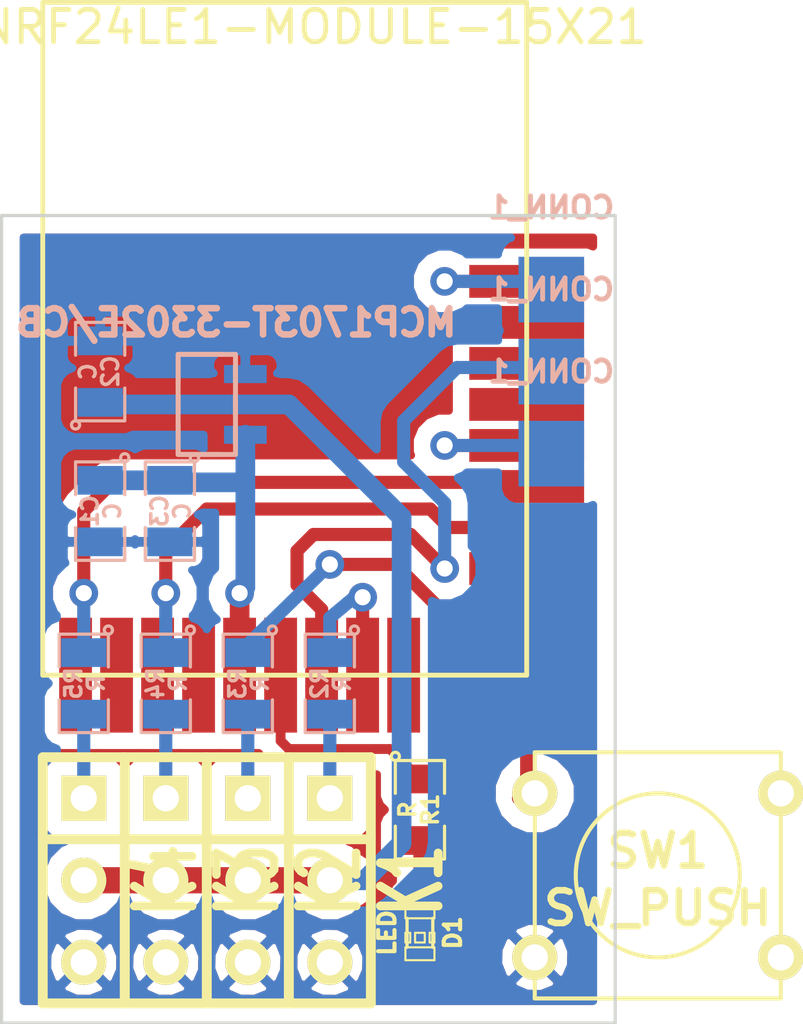
<source format=kicad_pcb>
(kicad_pcb (version 3) (host pcbnew "(2013-jul-07)-stable")

  (general
    (links 34)
    (no_connects 3)
    (area 29.660334 39.557 57.0825 73.050001)
    (thickness 1.6)
    (drawings 4)
    (tracks 76)
    (zones 0)
    (modules 19)
    (nets 18)
  )

  (page User 150.012 150.012)
  (title_block 
    (title "nRF24LE1 surface receiver")
    (rev "Rev 1")
    (company "LANE Boys RC")
  )

  (layers
    (15 F.Cu signal)
    (0 B.Cu signal)
    (18 B.Paste user)
    (19 F.Paste user)
    (20 B.SilkS user)
    (21 F.SilkS user)
    (22 B.Mask user)
    (23 F.Mask user)
    (28 Edge.Cuts user)
  )

  (setup
    (last_trace_width 0.3048)
    (user_trace_width 0.2032)
    (user_trace_width 0.254)
    (user_trace_width 0.3048)
    (user_trace_width 0.4064)
    (user_trace_width 0.6096)
    (user_trace_width 0.8128)
    (user_trace_width 1)
    (user_trace_width 1.016)
    (user_trace_width 1.27)
    (user_trace_width 1.4224)
    (user_trace_width 1.6764)
    (user_trace_width 2)
    (trace_clearance 0.254)
    (zone_clearance 0.508)
    (zone_45_only no)
    (trace_min 0.1524)
    (segment_width 0.2)
    (edge_width 0.1)
    (via_size 0.889)
    (via_drill 0.5)
    (via_min_size 0.6096)
    (via_min_drill 0.3048)
    (user_via 0.8128 0.5)
    (user_via 0.9144 0.6)
    (user_via 1.2192 0.8)
    (user_via 1.524 1)
    (user_via 1.8288 1.2)
    (user_via 2.286 1.5)
    (uvia_size 0.508)
    (uvia_drill 0.127)
    (uvias_allowed no)
    (uvia_min_size 0.508)
    (uvia_min_drill 0.127)
    (pcb_text_width 0.3)
    (pcb_text_size 1.5 1.5)
    (mod_edge_width 0.15)
    (mod_text_size 1 1)
    (mod_text_width 0.15)
    (pad_size 2.032 2.032)
    (pad_drill 0)
    (pad_to_mask_clearance 0)
    (aux_axis_origin 32 73)
    (visible_elements 7FFFFFCF)
    (pcbplotparams
      (layerselection 3178497)
      (usegerberextensions true)
      (excludeedgelayer true)
      (linewidth 0.150000)
      (plotframeref false)
      (viasonmask false)
      (mode 1)
      (useauxorigin false)
      (hpglpennumber 1)
      (hpglpenspeed 20)
      (hpglpendiameter 15)
      (hpglpenoverlay 2)
      (psnegative false)
      (psa4output false)
      (plotreference true)
      (plotvalue true)
      (plotothertext true)
      (plotinvisibletext false)
      (padsonsilk false)
      (subtractmaskfromsilk false)
      (outputformat 1)
      (mirror false)
      (drillshape 1)
      (scaleselection 1)
      (outputdirectory ""))
  )

  (net 0 "")
  (net 1 +3.3V)
  (net 2 +BATT)
  (net 3 /BIND)
  (net 4 /CH1-MISO)
  (net 5 /CH2-MOSI)
  (net 6 /CH3-SCK)
  (net 7 /CSN)
  (net 8 /LED)
  (net 9 /PROG)
  (net 10 /RESET)
  (net 11 /TX)
  (net 12 N-0000010)
  (net 13 N-0000011)
  (net 14 N-000003)
  (net 15 N-000008)
  (net 16 N-000009)
  (net 17 VSS)

  (net_class Default "This is the default net class."
    (clearance 0.254)
    (trace_width 0.254)
    (via_dia 0.889)
    (via_drill 0.5)
    (uvia_dia 0.508)
    (uvia_drill 0.127)
    (add_net "")
    (add_net +3.3V)
    (add_net +BATT)
    (add_net /BIND)
    (add_net /CH1-MISO)
    (add_net /CH2-MOSI)
    (add_net /CH3-SCK)
    (add_net /CSN)
    (add_net /LED)
    (add_net /PROG)
    (add_net /RESET)
    (add_net /TX)
    (add_net N-0000010)
    (add_net N-0000011)
    (add_net N-000003)
    (add_net N-000008)
    (add_net N-000009)
    (add_net VSS)
  )

  (module SW_PUSH_SMALL   placed (layer F.Cu) (tedit 46544DB3) (tstamp 547930DE)
    (at 52.32 68.428)
    (path /547925D0)
    (fp_text reference SW1 (at 0 -0.762) (layer F.SilkS)
      (effects (font (size 1.016 1.016) (thickness 0.2032)))
    )
    (fp_text value SW_PUSH (at 0 1.016) (layer F.SilkS)
      (effects (font (size 1.016 1.016) (thickness 0.2032)))
    )
    (fp_circle (center 0 0) (end 0 -2.54) (layer F.SilkS) (width 0.127))
    (fp_line (start -3.81 -3.81) (end 3.81 -3.81) (layer F.SilkS) (width 0.127))
    (fp_line (start 3.81 -3.81) (end 3.81 3.81) (layer F.SilkS) (width 0.127))
    (fp_line (start 3.81 3.81) (end -3.81 3.81) (layer F.SilkS) (width 0.127))
    (fp_line (start -3.81 -3.81) (end -3.81 3.81) (layer F.SilkS) (width 0.127))
    (pad 1 thru_hole circle (at 3.81 -2.54) (size 1.397 1.397) (drill 0.8128)
      (layers *.Cu *.Mask F.SilkS)
      (net 3 /BIND)
    )
    (pad 2 thru_hole circle (at 3.81 2.54) (size 1.397 1.397) (drill 0.8128)
      (layers *.Cu *.Mask F.SilkS)
      (net 17 VSS)
    )
    (pad 1 thru_hole circle (at -3.81 -2.54) (size 1.397 1.397) (drill 0.8128)
      (layers *.Cu *.Mask F.SilkS)
      (net 3 /BIND)
    )
    (pad 2 thru_hole circle (at -3.81 2.54) (size 1.397 1.397) (drill 0.8128)
      (layers *.Cu *.Mask F.SilkS)
      (net 17 VSS)
    )
  )

  (module SM0805   placed (layer B.Cu) (tedit 5091495C) (tstamp 547930EB)
    (at 37.211 57.15 270)
    (path /5479215B)
    (attr smd)
    (fp_text reference C3 (at 0 0.3175 270) (layer B.SilkS)
      (effects (font (size 0.50038 0.50038) (thickness 0.10922)) (justify mirror))
    )
    (fp_text value C (at 0 -0.381 270) (layer B.SilkS)
      (effects (font (size 0.50038 0.50038) (thickness 0.10922)) (justify mirror))
    )
    (fp_circle (center -1.651 -0.762) (end -1.651 -0.635) (layer B.SilkS) (width 0.09906))
    (fp_line (start -0.508 -0.762) (end -1.524 -0.762) (layer B.SilkS) (width 0.09906))
    (fp_line (start -1.524 -0.762) (end -1.524 0.762) (layer B.SilkS) (width 0.09906))
    (fp_line (start -1.524 0.762) (end -0.508 0.762) (layer B.SilkS) (width 0.09906))
    (fp_line (start 0.508 0.762) (end 1.524 0.762) (layer B.SilkS) (width 0.09906))
    (fp_line (start 1.524 0.762) (end 1.524 -0.762) (layer B.SilkS) (width 0.09906))
    (fp_line (start 1.524 -0.762) (end 0.508 -0.762) (layer B.SilkS) (width 0.09906))
    (pad 1 smd rect (at -0.9525 0 270) (size 0.889 1.397)
      (layers B.Cu B.Paste B.Mask)
      (net 1 +3.3V)
    )
    (pad 2 smd rect (at 0.9525 0 270) (size 0.889 1.397)
      (layers B.Cu B.Paste B.Mask)
      (net 17 VSS)
    )
    (model smd/chip_cms.wrl
      (at (xyz 0 0 0))
      (scale (xyz 0.1 0.1 0.1))
      (rotate (xyz 0 0 0))
    )
  )

  (module SM0805   placed (layer B.Cu) (tedit 5091495C) (tstamp 547930F8)
    (at 35.052 52.832 90)
    (path /5479216A)
    (attr smd)
    (fp_text reference C2 (at 0 0.3175 90) (layer B.SilkS)
      (effects (font (size 0.50038 0.50038) (thickness 0.10922)) (justify mirror))
    )
    (fp_text value C (at 0 -0.381 90) (layer B.SilkS)
      (effects (font (size 0.50038 0.50038) (thickness 0.10922)) (justify mirror))
    )
    (fp_circle (center -1.651 -0.762) (end -1.651 -0.635) (layer B.SilkS) (width 0.09906))
    (fp_line (start -0.508 -0.762) (end -1.524 -0.762) (layer B.SilkS) (width 0.09906))
    (fp_line (start -1.524 -0.762) (end -1.524 0.762) (layer B.SilkS) (width 0.09906))
    (fp_line (start -1.524 0.762) (end -0.508 0.762) (layer B.SilkS) (width 0.09906))
    (fp_line (start 0.508 0.762) (end 1.524 0.762) (layer B.SilkS) (width 0.09906))
    (fp_line (start 1.524 0.762) (end 1.524 -0.762) (layer B.SilkS) (width 0.09906))
    (fp_line (start 1.524 -0.762) (end 0.508 -0.762) (layer B.SilkS) (width 0.09906))
    (pad 1 smd rect (at -0.9525 0 90) (size 0.889 1.397)
      (layers B.Cu B.Paste B.Mask)
      (net 2 +BATT)
    )
    (pad 2 smd rect (at 0.9525 0 90) (size 0.889 1.397)
      (layers B.Cu B.Paste B.Mask)
      (net 17 VSS)
    )
    (model smd/chip_cms.wrl
      (at (xyz 0 0 0))
      (scale (xyz 0.1 0.1 0.1))
      (rotate (xyz 0 0 0))
    )
  )

  (module SM0805   placed (layer B.Cu) (tedit 5091495C) (tstamp 54793105)
    (at 35.052 57.15 270)
    (path /54792183)
    (attr smd)
    (fp_text reference C1 (at 0 0.3175 270) (layer B.SilkS)
      (effects (font (size 0.50038 0.50038) (thickness 0.10922)) (justify mirror))
    )
    (fp_text value C (at 0 -0.381 270) (layer B.SilkS)
      (effects (font (size 0.50038 0.50038) (thickness 0.10922)) (justify mirror))
    )
    (fp_circle (center -1.651 -0.762) (end -1.651 -0.635) (layer B.SilkS) (width 0.09906))
    (fp_line (start -0.508 -0.762) (end -1.524 -0.762) (layer B.SilkS) (width 0.09906))
    (fp_line (start -1.524 -0.762) (end -1.524 0.762) (layer B.SilkS) (width 0.09906))
    (fp_line (start -1.524 0.762) (end -0.508 0.762) (layer B.SilkS) (width 0.09906))
    (fp_line (start 0.508 0.762) (end 1.524 0.762) (layer B.SilkS) (width 0.09906))
    (fp_line (start 1.524 0.762) (end 1.524 -0.762) (layer B.SilkS) (width 0.09906))
    (fp_line (start 1.524 -0.762) (end 0.508 -0.762) (layer B.SilkS) (width 0.09906))
    (pad 1 smd rect (at -0.9525 0 270) (size 0.889 1.397)
      (layers B.Cu B.Paste B.Mask)
      (net 1 +3.3V)
    )
    (pad 2 smd rect (at 0.9525 0 270) (size 0.889 1.397)
      (layers B.Cu B.Paste B.Mask)
      (net 17 VSS)
    )
    (model smd/chip_cms.wrl
      (at (xyz 0 0 0))
      (scale (xyz 0.1 0.1 0.1))
      (rotate (xyz 0 0 0))
    )
  )

  (module SM0805   placed (layer B.Cu) (tedit 5091495C) (tstamp 54793112)
    (at 42.164 62.484 270)
    (path /5479219C)
    (attr smd)
    (fp_text reference R2 (at 0 0.3175 270) (layer B.SilkS)
      (effects (font (size 0.50038 0.50038) (thickness 0.10922)) (justify mirror))
    )
    (fp_text value R (at 0 -0.381 270) (layer B.SilkS)
      (effects (font (size 0.50038 0.50038) (thickness 0.10922)) (justify mirror))
    )
    (fp_circle (center -1.651 -0.762) (end -1.651 -0.635) (layer B.SilkS) (width 0.09906))
    (fp_line (start -0.508 -0.762) (end -1.524 -0.762) (layer B.SilkS) (width 0.09906))
    (fp_line (start -1.524 -0.762) (end -1.524 0.762) (layer B.SilkS) (width 0.09906))
    (fp_line (start -1.524 0.762) (end -0.508 0.762) (layer B.SilkS) (width 0.09906))
    (fp_line (start 0.508 0.762) (end 1.524 0.762) (layer B.SilkS) (width 0.09906))
    (fp_line (start 1.524 0.762) (end 1.524 -0.762) (layer B.SilkS) (width 0.09906))
    (fp_line (start 1.524 -0.762) (end 0.508 -0.762) (layer B.SilkS) (width 0.09906))
    (pad 1 smd rect (at -0.9525 0 270) (size 0.889 1.397)
      (layers B.Cu B.Paste B.Mask)
      (net 11 /TX)
    )
    (pad 2 smd rect (at 0.9525 0 270) (size 0.889 1.397)
      (layers B.Cu B.Paste B.Mask)
      (net 15 N-000008)
    )
    (model smd/chip_cms.wrl
      (at (xyz 0 0 0))
      (scale (xyz 0.1 0.1 0.1))
      (rotate (xyz 0 0 0))
    )
  )

  (module SM0805   placed (layer B.Cu) (tedit 5091495C) (tstamp 5479311F)
    (at 39.624 62.484 270)
    (path /547921A9)
    (attr smd)
    (fp_text reference R3 (at 0 0.3175 270) (layer B.SilkS)
      (effects (font (size 0.50038 0.50038) (thickness 0.10922)) (justify mirror))
    )
    (fp_text value R (at 0 -0.381 270) (layer B.SilkS)
      (effects (font (size 0.50038 0.50038) (thickness 0.10922)) (justify mirror))
    )
    (fp_circle (center -1.651 -0.762) (end -1.651 -0.635) (layer B.SilkS) (width 0.09906))
    (fp_line (start -0.508 -0.762) (end -1.524 -0.762) (layer B.SilkS) (width 0.09906))
    (fp_line (start -1.524 -0.762) (end -1.524 0.762) (layer B.SilkS) (width 0.09906))
    (fp_line (start -1.524 0.762) (end -0.508 0.762) (layer B.SilkS) (width 0.09906))
    (fp_line (start 0.508 0.762) (end 1.524 0.762) (layer B.SilkS) (width 0.09906))
    (fp_line (start 1.524 0.762) (end 1.524 -0.762) (layer B.SilkS) (width 0.09906))
    (fp_line (start 1.524 -0.762) (end 0.508 -0.762) (layer B.SilkS) (width 0.09906))
    (pad 1 smd rect (at -0.9525 0 270) (size 0.889 1.397)
      (layers B.Cu B.Paste B.Mask)
      (net 6 /CH3-SCK)
    )
    (pad 2 smd rect (at 0.9525 0 270) (size 0.889 1.397)
      (layers B.Cu B.Paste B.Mask)
      (net 16 N-000009)
    )
    (model smd/chip_cms.wrl
      (at (xyz 0 0 0))
      (scale (xyz 0.1 0.1 0.1))
      (rotate (xyz 0 0 0))
    )
  )

  (module SM0805   placed (layer B.Cu) (tedit 5091495C) (tstamp 5479312C)
    (at 37.084 62.484 270)
    (path /547921AF)
    (attr smd)
    (fp_text reference R4 (at 0 0.3175 270) (layer B.SilkS)
      (effects (font (size 0.50038 0.50038) (thickness 0.10922)) (justify mirror))
    )
    (fp_text value R (at 0 -0.381 270) (layer B.SilkS)
      (effects (font (size 0.50038 0.50038) (thickness 0.10922)) (justify mirror))
    )
    (fp_circle (center -1.651 -0.762) (end -1.651 -0.635) (layer B.SilkS) (width 0.09906))
    (fp_line (start -0.508 -0.762) (end -1.524 -0.762) (layer B.SilkS) (width 0.09906))
    (fp_line (start -1.524 -0.762) (end -1.524 0.762) (layer B.SilkS) (width 0.09906))
    (fp_line (start -1.524 0.762) (end -0.508 0.762) (layer B.SilkS) (width 0.09906))
    (fp_line (start 0.508 0.762) (end 1.524 0.762) (layer B.SilkS) (width 0.09906))
    (fp_line (start 1.524 0.762) (end 1.524 -0.762) (layer B.SilkS) (width 0.09906))
    (fp_line (start 1.524 -0.762) (end 0.508 -0.762) (layer B.SilkS) (width 0.09906))
    (pad 1 smd rect (at -0.9525 0 270) (size 0.889 1.397)
      (layers B.Cu B.Paste B.Mask)
      (net 5 /CH2-MOSI)
    )
    (pad 2 smd rect (at 0.9525 0 270) (size 0.889 1.397)
      (layers B.Cu B.Paste B.Mask)
      (net 12 N-0000010)
    )
    (model smd/chip_cms.wrl
      (at (xyz 0 0 0))
      (scale (xyz 0.1 0.1 0.1))
      (rotate (xyz 0 0 0))
    )
  )

  (module SM0805   placed (layer B.Cu) (tedit 5091495C) (tstamp 54793139)
    (at 34.544 62.484 270)
    (path /547921B5)
    (attr smd)
    (fp_text reference R5 (at 0 0.3175 270) (layer B.SilkS)
      (effects (font (size 0.50038 0.50038) (thickness 0.10922)) (justify mirror))
    )
    (fp_text value R (at 0 -0.381 270) (layer B.SilkS)
      (effects (font (size 0.50038 0.50038) (thickness 0.10922)) (justify mirror))
    )
    (fp_circle (center -1.651 -0.762) (end -1.651 -0.635) (layer B.SilkS) (width 0.09906))
    (fp_line (start -0.508 -0.762) (end -1.524 -0.762) (layer B.SilkS) (width 0.09906))
    (fp_line (start -1.524 -0.762) (end -1.524 0.762) (layer B.SilkS) (width 0.09906))
    (fp_line (start -1.524 0.762) (end -0.508 0.762) (layer B.SilkS) (width 0.09906))
    (fp_line (start 0.508 0.762) (end 1.524 0.762) (layer B.SilkS) (width 0.09906))
    (fp_line (start 1.524 0.762) (end 1.524 -0.762) (layer B.SilkS) (width 0.09906))
    (fp_line (start 1.524 -0.762) (end 0.508 -0.762) (layer B.SilkS) (width 0.09906))
    (pad 1 smd rect (at -0.9525 0 270) (size 0.889 1.397)
      (layers B.Cu B.Paste B.Mask)
      (net 4 /CH1-MISO)
    )
    (pad 2 smd rect (at 0.9525 0 270) (size 0.889 1.397)
      (layers B.Cu B.Paste B.Mask)
      (net 13 N-0000011)
    )
    (model smd/chip_cms.wrl
      (at (xyz 0 0 0))
      (scale (xyz 0.1 0.1 0.1))
      (rotate (xyz 0 0 0))
    )
  )

  (module SM0805   placed (layer F.Cu) (tedit 5091495C) (tstamp 54793146)
    (at 44.954 66.396 270)
    (path /5479290A)
    (attr smd)
    (fp_text reference R1 (at 0 -0.3175 270) (layer F.SilkS)
      (effects (font (size 0.50038 0.50038) (thickness 0.10922)))
    )
    (fp_text value R (at 0 0.381 270) (layer F.SilkS)
      (effects (font (size 0.50038 0.50038) (thickness 0.10922)))
    )
    (fp_circle (center -1.651 0.762) (end -1.651 0.635) (layer F.SilkS) (width 0.09906))
    (fp_line (start -0.508 0.762) (end -1.524 0.762) (layer F.SilkS) (width 0.09906))
    (fp_line (start -1.524 0.762) (end -1.524 -0.762) (layer F.SilkS) (width 0.09906))
    (fp_line (start -1.524 -0.762) (end -0.508 -0.762) (layer F.SilkS) (width 0.09906))
    (fp_line (start 0.508 -0.762) (end 1.524 -0.762) (layer F.SilkS) (width 0.09906))
    (fp_line (start 1.524 -0.762) (end 1.524 0.762) (layer F.SilkS) (width 0.09906))
    (fp_line (start 1.524 0.762) (end 0.508 0.762) (layer F.SilkS) (width 0.09906))
    (pad 1 smd rect (at -0.9525 0 270) (size 0.889 1.397)
      (layers F.Cu F.Paste F.Mask)
      (net 8 /LED)
    )
    (pad 2 smd rect (at 0.9525 0 270) (size 0.889 1.397)
      (layers F.Cu F.Paste F.Mask)
      (net 14 N-000003)
    )
    (model smd/chip_cms.wrl
      (at (xyz 0 0 0))
      (scale (xyz 0.1 0.1 0.1))
      (rotate (xyz 0 0 0))
    )
  )

  (module SIL-3   placed (layer F.Cu) (tedit 200000) (tstamp 54793152)
    (at 42.164 68.58 270)
    (descr "Connecteur 3 pins")
    (tags "CONN DEV")
    (path /54792117)
    (fp_text reference K1 (at 0 -2.54 270) (layer F.SilkS)
      (effects (font (size 1.7907 1.07696) (thickness 0.3048)))
    )
    (fp_text value CONN_3 (at 0 -2.54 270) (layer F.SilkS) hide
      (effects (font (size 1.524 1.016) (thickness 0.3048)))
    )
    (fp_line (start -3.81 1.27) (end -3.81 -1.27) (layer F.SilkS) (width 0.3048))
    (fp_line (start -3.81 -1.27) (end 3.81 -1.27) (layer F.SilkS) (width 0.3048))
    (fp_line (start 3.81 -1.27) (end 3.81 1.27) (layer F.SilkS) (width 0.3048))
    (fp_line (start 3.81 1.27) (end -3.81 1.27) (layer F.SilkS) (width 0.3048))
    (fp_line (start -1.27 -1.27) (end -1.27 1.27) (layer F.SilkS) (width 0.3048))
    (pad 1 thru_hole rect (at -2.54 0 270) (size 1.397 1.397) (drill 0.8128)
      (layers *.Cu *.Mask F.SilkS)
      (net 15 N-000008)
    )
    (pad 2 thru_hole circle (at 0 0 270) (size 1.397 1.397) (drill 0.8128)
      (layers *.Cu *.Mask F.SilkS)
      (net 2 +BATT)
    )
    (pad 3 thru_hole circle (at 2.54 0 270) (size 1.397 1.397) (drill 0.8128)
      (layers *.Cu *.Mask F.SilkS)
      (net 17 VSS)
    )
  )

  (module SIL-3   placed (layer F.Cu) (tedit 200000) (tstamp 5479315E)
    (at 39.624 68.58 270)
    (descr "Connecteur 3 pins")
    (tags "CONN DEV")
    (path /54792124)
    (fp_text reference K2 (at 0 -2.54 270) (layer F.SilkS)
      (effects (font (size 1.7907 1.07696) (thickness 0.3048)))
    )
    (fp_text value CONN_3 (at 0 -2.54 270) (layer F.SilkS) hide
      (effects (font (size 1.524 1.016) (thickness 0.3048)))
    )
    (fp_line (start -3.81 1.27) (end -3.81 -1.27) (layer F.SilkS) (width 0.3048))
    (fp_line (start -3.81 -1.27) (end 3.81 -1.27) (layer F.SilkS) (width 0.3048))
    (fp_line (start 3.81 -1.27) (end 3.81 1.27) (layer F.SilkS) (width 0.3048))
    (fp_line (start 3.81 1.27) (end -3.81 1.27) (layer F.SilkS) (width 0.3048))
    (fp_line (start -1.27 -1.27) (end -1.27 1.27) (layer F.SilkS) (width 0.3048))
    (pad 1 thru_hole rect (at -2.54 0 270) (size 1.397 1.397) (drill 0.8128)
      (layers *.Cu *.Mask F.SilkS)
      (net 16 N-000009)
    )
    (pad 2 thru_hole circle (at 0 0 270) (size 1.397 1.397) (drill 0.8128)
      (layers *.Cu *.Mask F.SilkS)
      (net 2 +BATT)
    )
    (pad 3 thru_hole circle (at 2.54 0 270) (size 1.397 1.397) (drill 0.8128)
      (layers *.Cu *.Mask F.SilkS)
      (net 17 VSS)
    )
  )

  (module SIL-3   placed (layer F.Cu) (tedit 200000) (tstamp 5479316A)
    (at 37.084 68.58 270)
    (descr "Connecteur 3 pins")
    (tags "CONN DEV")
    (path /5479212A)
    (fp_text reference K3 (at 0 -2.54 270) (layer F.SilkS)
      (effects (font (size 1.7907 1.07696) (thickness 0.3048)))
    )
    (fp_text value CONN_3 (at 0 -2.54 270) (layer F.SilkS) hide
      (effects (font (size 1.524 1.016) (thickness 0.3048)))
    )
    (fp_line (start -3.81 1.27) (end -3.81 -1.27) (layer F.SilkS) (width 0.3048))
    (fp_line (start -3.81 -1.27) (end 3.81 -1.27) (layer F.SilkS) (width 0.3048))
    (fp_line (start 3.81 -1.27) (end 3.81 1.27) (layer F.SilkS) (width 0.3048))
    (fp_line (start 3.81 1.27) (end -3.81 1.27) (layer F.SilkS) (width 0.3048))
    (fp_line (start -1.27 -1.27) (end -1.27 1.27) (layer F.SilkS) (width 0.3048))
    (pad 1 thru_hole rect (at -2.54 0 270) (size 1.397 1.397) (drill 0.8128)
      (layers *.Cu *.Mask F.SilkS)
      (net 12 N-0000010)
    )
    (pad 2 thru_hole circle (at 0 0 270) (size 1.397 1.397) (drill 0.8128)
      (layers *.Cu *.Mask F.SilkS)
      (net 2 +BATT)
    )
    (pad 3 thru_hole circle (at 2.54 0 270) (size 1.397 1.397) (drill 0.8128)
      (layers *.Cu *.Mask F.SilkS)
      (net 17 VSS)
    )
  )

  (module SIL-3   placed (layer F.Cu) (tedit 200000) (tstamp 54793176)
    (at 34.544 68.58 270)
    (descr "Connecteur 3 pins")
    (tags "CONN DEV")
    (path /54792130)
    (fp_text reference K4 (at 0 -2.54 270) (layer F.SilkS)
      (effects (font (size 1.7907 1.07696) (thickness 0.3048)))
    )
    (fp_text value CONN_3 (at 0 -2.54 270) (layer F.SilkS) hide
      (effects (font (size 1.524 1.016) (thickness 0.3048)))
    )
    (fp_line (start -3.81 1.27) (end -3.81 -1.27) (layer F.SilkS) (width 0.3048))
    (fp_line (start -3.81 -1.27) (end 3.81 -1.27) (layer F.SilkS) (width 0.3048))
    (fp_line (start 3.81 -1.27) (end 3.81 1.27) (layer F.SilkS) (width 0.3048))
    (fp_line (start 3.81 1.27) (end -3.81 1.27) (layer F.SilkS) (width 0.3048))
    (fp_line (start -1.27 -1.27) (end -1.27 1.27) (layer F.SilkS) (width 0.3048))
    (pad 1 thru_hole rect (at -2.54 0 270) (size 1.397 1.397) (drill 0.8128)
      (layers *.Cu *.Mask F.SilkS)
      (net 13 N-0000011)
    )
    (pad 2 thru_hole circle (at 0 0 270) (size 1.397 1.397) (drill 0.8128)
      (layers *.Cu *.Mask F.SilkS)
      (net 2 +BATT)
    )
    (pad 3 thru_hole circle (at 2.54 0 270) (size 1.397 1.397) (drill 0.8128)
      (layers *.Cu *.Mask F.SilkS)
      (net 17 VSS)
    )
  )

  (module LED-0603   placed (layer F.Cu) (tedit 4E16AFB4) (tstamp 547931AD)
    (at 44.954 70.206 270)
    (descr "LED 0603 smd package")
    (tags "LED led 0603 SMD smd SMT smt smdled SMDLED smtled SMTLED")
    (path /547928FB)
    (attr smd)
    (fp_text reference D1 (at 0 -1.016 270) (layer F.SilkS)
      (effects (font (size 0.508 0.508) (thickness 0.127)))
    )
    (fp_text value LED (at 0 1.016 270) (layer F.SilkS)
      (effects (font (size 0.508 0.508) (thickness 0.127)))
    )
    (fp_line (start 0.44958 -0.44958) (end 0.44958 0.44958) (layer F.SilkS) (width 0.06604))
    (fp_line (start 0.44958 0.44958) (end 0.84836 0.44958) (layer F.SilkS) (width 0.06604))
    (fp_line (start 0.84836 -0.44958) (end 0.84836 0.44958) (layer F.SilkS) (width 0.06604))
    (fp_line (start 0.44958 -0.44958) (end 0.84836 -0.44958) (layer F.SilkS) (width 0.06604))
    (fp_line (start -0.84836 -0.44958) (end -0.84836 0.44958) (layer F.SilkS) (width 0.06604))
    (fp_line (start -0.84836 0.44958) (end -0.44958 0.44958) (layer F.SilkS) (width 0.06604))
    (fp_line (start -0.44958 -0.44958) (end -0.44958 0.44958) (layer F.SilkS) (width 0.06604))
    (fp_line (start -0.84836 -0.44958) (end -0.44958 -0.44958) (layer F.SilkS) (width 0.06604))
    (fp_line (start 0 -0.44958) (end 0 -0.29972) (layer F.SilkS) (width 0.06604))
    (fp_line (start 0 -0.29972) (end 0.29972 -0.29972) (layer F.SilkS) (width 0.06604))
    (fp_line (start 0.29972 -0.44958) (end 0.29972 -0.29972) (layer F.SilkS) (width 0.06604))
    (fp_line (start 0 -0.44958) (end 0.29972 -0.44958) (layer F.SilkS) (width 0.06604))
    (fp_line (start 0 0.29972) (end 0 0.44958) (layer F.SilkS) (width 0.06604))
    (fp_line (start 0 0.44958) (end 0.29972 0.44958) (layer F.SilkS) (width 0.06604))
    (fp_line (start 0.29972 0.29972) (end 0.29972 0.44958) (layer F.SilkS) (width 0.06604))
    (fp_line (start 0 0.29972) (end 0.29972 0.29972) (layer F.SilkS) (width 0.06604))
    (fp_line (start 0 -0.14986) (end 0 0.14986) (layer F.SilkS) (width 0.06604))
    (fp_line (start 0 0.14986) (end 0.29972 0.14986) (layer F.SilkS) (width 0.06604))
    (fp_line (start 0.29972 -0.14986) (end 0.29972 0.14986) (layer F.SilkS) (width 0.06604))
    (fp_line (start 0 -0.14986) (end 0.29972 -0.14986) (layer F.SilkS) (width 0.06604))
    (fp_line (start 0.44958 -0.39878) (end -0.44958 -0.39878) (layer F.SilkS) (width 0.1016))
    (fp_line (start 0.44958 0.39878) (end -0.44958 0.39878) (layer F.SilkS) (width 0.1016))
    (pad 1 smd rect (at -0.7493 0 270) (size 0.79756 0.79756)
      (layers F.Cu F.Paste F.Mask)
      (net 14 N-000003)
    )
    (pad 2 smd rect (at 0.7493 0 270) (size 0.79756 0.79756)
      (layers F.Cu F.Paste F.Mask)
      (net 17 VSS)
    )
  )

  (module NRF24LE1-module-15x21   locked   placed (layer F.Cu) (tedit 547961AF) (tstamp 54793191)
    (at 33.274 62.23)
    (descr "NRF24LE1 module 15x21mm with SMD crystal")
    (path /547920F7)
    (fp_text reference U2 (at 7.62 -21.844) (layer F.SilkS)
      (effects (font (size 1 1) (thickness 0.15)))
    )
    (fp_text value NRF24LE1-MODULE-15X21 (at 8.382 -20.066) (layer F.SilkS)
      (effects (font (size 1 1) (thickness 0.15)))
    )
    (fp_line (start 0 0) (end 14.986 0) (layer F.SilkS) (width 0.15))
    (fp_line (start 14.986 0) (end 14.986 -20.828) (layer F.SilkS) (width 0.15))
    (fp_line (start 14.986 -20.828) (end 0 -20.828) (layer F.SilkS) (width 0.15))
    (fp_line (start 0 -20.828) (end 0 0) (layer F.SilkS) (width 0.15))
    (pad 1 smd rect (at 1.016 0) (size 1.016 3.556)
      (layers F.Cu F.Paste F.Mask)
      (clearance 0.127)
    )
    (pad 2 smd rect (at 2.286 0) (size 1.016 3.556)
      (layers F.Cu F.Paste F.Mask)
      (clearance 0.127)
    )
    (pad 3 smd rect (at 3.556 0) (size 1.016 3.556)
      (layers F.Cu F.Paste F.Mask)
      (clearance 0.127)
    )
    (pad 4 smd rect (at 4.826 0) (size 1.016 3.556)
      (layers F.Cu F.Paste F.Mask)
      (clearance 0.127)
    )
    (pad 5 smd rect (at 6.096 0) (size 1.016 3.556)
      (layers F.Cu F.Paste F.Mask)
      (net 1 +3.3V)
      (clearance 0.127)
    )
    (pad 6 smd rect (at 7.366 0) (size 1.016 3.556)
      (layers F.Cu F.Paste F.Mask)
      (net 8 /LED)
      (clearance 0.127)
    )
    (pad 7 smd rect (at 8.636 0) (size 1.016 3.556)
      (layers F.Cu F.Paste F.Mask)
      (net 9 /PROG)
      (clearance 0.127)
    )
    (pad 8 smd rect (at 9.906 0) (size 1.016 3.556)
      (layers F.Cu F.Paste F.Mask)
      (net 11 /TX)
      (clearance 0.127)
    )
    (pad 9 smd rect (at 11.176 0) (size 1.016 3.556)
      (layers F.Cu F.Paste F.Mask)
      (clearance 0.127)
    )
    (pad 10 smd rect (at 12.446 0) (size 1.016 3.556)
      (layers F.Cu F.Paste F.Mask)
      (net 6 /CH3-SCK)
      (clearance 0.127)
    )
    (pad 11 smd rect (at 13.716 0) (size 1.016 3.556)
      (layers F.Cu F.Paste F.Mask)
      (net 17 VSS)
      (clearance 0.127)
    )
    (pad 12 smd rect (at 14.986 -3.302 90) (size 1.016 3.556)
      (layers F.Cu F.Paste F.Mask)
      (net 3 /BIND)
      (clearance 0.127)
    )
    (pad 13 smd rect (at 14.986 -4.572 90) (size 1.016 3.556)
      (layers F.Cu F.Paste F.Mask)
      (net 5 /CH2-MOSI)
      (clearance 0.127)
    )
    (pad 14 smd rect (at 14.986 -5.842 90) (size 1.016 3.556)
      (layers F.Cu F.Paste F.Mask)
      (net 4 /CH1-MISO)
      (clearance 0.127)
    )
    (pad 15 smd rect (at 14.986 -7.112 90) (size 1.016 3.556)
      (layers F.Cu F.Paste F.Mask)
      (net 7 /CSN)
      (clearance 0.127)
    )
    (pad 16 smd rect (at 14.986 -8.382 90) (size 1.016 3.556)
      (layers F.Cu F.Paste F.Mask)
      (clearance 0.127)
    )
    (pad 17 smd rect (at 14.986 -9.652 90) (size 1.016 3.556)
      (layers F.Cu F.Paste F.Mask)
      (clearance 0.127)
    )
    (pad 18 smd rect (at 14.986 -10.922 90) (size 1.016 3.556)
      (layers F.Cu F.Paste F.Mask)
      (clearance 0.127)
    )
    (pad 19 smd rect (at 14.986 -12.192 90) (size 1.016 3.556)
      (layers F.Cu F.Paste F.Mask)
      (net 10 /RESET)
      (clearance 0.127)
    )
  )

  (module MCP1703-SOT95P300X145-3N (layer B.Cu) (tedit 54754793) (tstamp 5479956B)
    (at 38.354 53.848 270)
    (path /54792138)
    (attr smd)
    (fp_text reference U1 (at 0 2.54 270) (layer B.SilkS) hide
      (effects (font (size 0.8128 0.8128) (thickness 0.2032)) (justify mirror))
    )
    (fp_text value MCP1703T-3302E/CB (at -2.532 -0.91 540) (layer B.SilkS)
      (effects (font (size 0.8128 0.8128) (thickness 0.2032)) (justify mirror))
    )
    (fp_line (start -0.6858 -0.889) (end -1.1938 -0.889) (layer B.SilkS) (width 0.1524))
    (fp_line (start 1.1938 -0.889) (end 0.6858 -0.889) (layer B.SilkS) (width 0.1524))
    (fp_line (start -0.254 0.889) (end 0.254 0.889) (layer B.SilkS) (width 0.1524))
    (fp_line (start -1.5494 -0.889) (end 1.5494 -0.889) (layer B.SilkS) (width 0.1524))
    (fp_line (start 1.5494 -0.889) (end 1.5494 0.889) (layer B.SilkS) (width 0.1524))
    (fp_line (start 1.5494 0.889) (end -1.5494 0.889) (layer B.SilkS) (width 0.1524))
    (fp_line (start -1.5494 0.889) (end -1.5494 -0.889) (layer B.SilkS) (width 0.1524))
    (fp_line (start -0.6096 0.889) (end -1.5494 0.889) (layer B.SilkS) (width 0.1524))
    (fp_line (start -0.3302 -0.889) (end 0.3302 -0.889) (layer B.SilkS) (width 0.1524))
    (fp_line (start 1.5494 -0.4572) (end 1.5494 0.889) (layer B.SilkS) (width 0.1524))
    (fp_line (start 1.5494 0.889) (end 0.6096 0.889) (layer B.SilkS) (width 0.1524))
    (fp_line (start -1.5494 0.889) (end -1.5494 -0.4572) (layer B.SilkS) (width 0.1524))
    (pad 1 smd rect (at -0.9398 -1.1938 270) (size 0.5588 1.3208)
      (layers B.Cu B.Paste B.Mask)
      (net 17 VSS)
    )
    (pad 2 smd rect (at 0.9398 -1.1938 270) (size 0.5588 1.3208)
      (layers B.Cu B.Paste B.Mask)
      (net 1 +3.3V)
    )
    (pad 3 smd rect (at 0 1.1938 270) (size 0.5588 1.3208)
      (layers B.Cu B.Paste B.Mask)
      (net 2 +BATT)
    )
  )

  (module testpad_80mil_sq (layer B.Cu) (tedit 54797D36) (tstamp 54796D46)
    (at 49.022 52.832)
    (path /54796D23)
    (fp_text reference P1 (at 0 2.54) (layer B.SilkS) hide
      (effects (font (size 0.6604 0.6604) (thickness 0.1524)) (justify mirror))
    )
    (fp_text value CONN_1 (at 0 -2.54) (layer B.SilkS)
      (effects (font (size 0.6604 0.6604) (thickness 0.1524)) (justify mirror))
    )
    (pad 1 smd rect (at 0 0) (size 2.032 2.032)
      (layers B.Cu B.Mask)
      (net 9 /PROG)
    )
  )

  (module testpad_80mil_sq (layer B.Cu) (tedit 54797D36) (tstamp 54796D4F)
    (at 49.022 50.292)
    (path /54796D32)
    (fp_text reference P2 (at 0 2.54) (layer B.SilkS) hide
      (effects (font (size 0.6604 0.6604) (thickness 0.1524)) (justify mirror))
    )
    (fp_text value CONN_1 (at 0 -2.54) (layer B.SilkS)
      (effects (font (size 0.6604 0.6604) (thickness 0.1524)) (justify mirror))
    )
    (pad 1 smd rect (at 0 0) (size 2.032 2.032)
      (layers B.Cu B.Mask)
      (net 10 /RESET)
    )
  )

  (module testpad_80mil_sq (layer B.Cu) (tedit 54797D36) (tstamp 54797A3D)
    (at 49.022 55.372)
    (path /54797ABF)
    (fp_text reference P3 (at 0 2.54) (layer B.SilkS) hide
      (effects (font (size 0.6604 0.6604) (thickness 0.1524)) (justify mirror))
    )
    (fp_text value CONN_1 (at 0 -2.54) (layer B.SilkS)
      (effects (font (size 0.6604 0.6604) (thickness 0.1524)) (justify mirror))
    )
    (pad 1 smd rect (at 0 0) (size 2.032 2.032)
      (layers B.Cu B.Mask)
      (net 7 /CSN)
    )
  )

  (gr_line (start 51 73) (end 32 73) (angle 90) (layer Edge.Cuts) (width 0.1))
  (gr_line (start 51 48) (end 51 73) (angle 90) (layer Edge.Cuts) (width 0.1))
  (gr_line (start 32 48) (end 51 48) (angle 90) (layer Edge.Cuts) (width 0.1))
  (gr_line (start 32 73) (end 32 48) (angle 90) (layer Edge.Cuts) (width 0.1))

  (segment (start 35.052 56.1975) (end 37.211 56.1975) (width 0.6096) (layer B.Cu) (net 1) (status 30))
  (segment (start 37.211 56.1975) (end 37.2745 56.261) (width 0.6096) (layer B.Cu) (net 1) (status 30))
  (segment (start 37.2745 56.261) (end 39.5478 56.261) (width 0.6096) (layer B.Cu) (net 1) (tstamp 547976F8) (status 10))
  (segment (start 39.37 59.69) (end 39.5478 59.5122) (width 0.6096) (layer B.Cu) (net 1))
  (segment (start 39.5478 59.5122) (end 39.5478 56.261) (width 0.6096) (layer B.Cu) (net 1) (tstamp 547976F5))
  (segment (start 39.5478 56.261) (end 39.5478 54.7878) (width 0.6096) (layer B.Cu) (net 1) (tstamp 547976FB) (status 20))
  (segment (start 39.37 59.69) (end 39.37 62.23) (width 0.6096) (layer F.Cu) (net 1) (tstamp 5479718E) (status 20))
  (via (at 39.37 59.69) (size 0.889) (layers F.Cu B.Cu) (net 1))
  (segment (start 39.4335 54.9021) (end 39.5478 54.7878) (width 0.6096) (layer B.Cu) (net 1) (tstamp 54797168) (status 30))
  (segment (start 37.1602 53.848) (end 40.894 53.848) (width 0.6096) (layer B.Cu) (net 2) (status 10))
  (segment (start 43.2435 68.58) (end 42.164 68.58) (width 0.6096) (layer B.Cu) (net 2) (tstamp 547973E5) (status 20))
  (segment (start 44.3865 67.437) (end 43.2435 68.58) (width 0.6096) (layer B.Cu) (net 2) (tstamp 547973E3))
  (segment (start 44.3865 57.3405) (end 44.3865 67.437) (width 0.6096) (layer B.Cu) (net 2) (tstamp 547973DF))
  (segment (start 40.894 53.848) (end 44.3865 57.3405) (width 0.6096) (layer B.Cu) (net 2) (tstamp 547973CD))
  (segment (start 37.1602 53.848) (end 35.1155 53.848) (width 0.6096) (layer B.Cu) (net 2) (status 30))
  (segment (start 35.1155 53.848) (end 35.052 53.7845) (width 0.6096) (layer B.Cu) (net 2) (tstamp 54797159) (status 30))
  (segment (start 40.132 68.58) (end 42.672 68.58) (width 0.8128) (layer F.Cu) (net 2) (status 30))
  (segment (start 37.592 68.58) (end 40.132 68.58) (width 0.8128) (layer F.Cu) (net 2) (status 30))
  (segment (start 35.052 68.58) (end 37.592 68.58) (width 0.8128) (layer F.Cu) (net 2) (status 30))
  (segment (start 48.26 58.928) (end 48.26 65.786) (width 0.4064) (layer F.Cu) (net 3) (status 30))
  (segment (start 48.26 65.786) (end 48.006 66.04) (width 0.4064) (layer F.Cu) (net 3) (tstamp 54796820) (status 30))
  (segment (start 34.544 57.15) (end 35.433 56.261) (width 0.4064) (layer F.Cu) (net 4))
  (segment (start 34.544 61.5315) (end 34.544 59.69) (width 0.4064) (layer B.Cu) (net 4) (status 10))
  (via (at 34.544 59.69) (size 0.889) (layers F.Cu B.Cu) (net 4))
  (segment (start 34.544 59.69) (end 34.544 57.15) (width 0.4064) (layer F.Cu) (net 4))
  (segment (start 48.133 56.261) (end 48.26 56.388) (width 0.4064) (layer F.Cu) (net 4) (tstamp 547975F1) (status 30))
  (segment (start 35.433 56.261) (end 48.133 56.261) (width 0.4064) (layer F.Cu) (net 4) (tstamp 547975ED) (status 20))
  (segment (start 37.084 59.69) (end 37.084 58.3565) (width 0.4064) (layer F.Cu) (net 5))
  (segment (start 37.084 61.5315) (end 37.084 59.69) (width 0.4064) (layer B.Cu) (net 5) (status 10))
  (via (at 37.084 59.69) (size 0.889) (layers F.Cu B.Cu) (net 5))
  (segment (start 45.847 57.658) (end 48.26 57.658) (width 0.4064) (layer F.Cu) (net 5) (tstamp 54797459) (status 20))
  (segment (start 45.2755 57.0865) (end 45.847 57.658) (width 0.4064) (layer F.Cu) (net 5) (tstamp 54797457))
  (segment (start 38.354 57.0865) (end 45.2755 57.0865) (width 0.4064) (layer F.Cu) (net 5) (tstamp 54797451))
  (segment (start 37.084 58.3565) (end 38.354 57.0865) (width 0.4064) (layer F.Cu) (net 5) (tstamp 5479744B))
  (segment (start 42.164 58.801) (end 44.196 58.801) (width 0.4064) (layer F.Cu) (net 6))
  (segment (start 39.624 61.2775) (end 42.164 58.801) (width 0.4064) (layer B.Cu) (net 6) (tstamp 547974B8) (status 10))
  (via (at 42.164 58.801) (size 0.889) (layers F.Cu B.Cu) (net 6))
  (segment (start 39.624 61.5315) (end 39.624 61.2775) (width 0.4064) (layer B.Cu) (net 6) (status 30))
  (segment (start 45.72 60.325) (end 45.72 62.23) (width 0.4064) (layer F.Cu) (net 6) (tstamp 54797536) (status 20))
  (segment (start 44.196 58.801) (end 45.72 60.325) (width 0.4064) (layer F.Cu) (net 6) (tstamp 54797534))
  (segment (start 45.72 55.118) (end 48.133 55.118) (width 0.4064) (layer B.Cu) (net 7) (status 20))
  (via (at 45.72 55.118) (size 0.889) (layers F.Cu B.Cu) (net 7))
  (segment (start 48.26 55.118) (end 45.72 55.118) (width 0.4064) (layer F.Cu) (net 7) (status 10))
  (segment (start 48.133 55.118) (end 48.26 55.245) (width 0.4064) (layer B.Cu) (net 7) (tstamp 54797B2C) (status 30))
  (segment (start 40.64 62.23) (end 40.64 64.262) (width 0.3048) (layer F.Cu) (net 8))
  (segment (start 44.0265 64.516) (end 44.954 65.4435) (width 0.3048) (layer F.Cu) (net 8) (tstamp 54797BDE))
  (segment (start 40.894 64.516) (end 44.0265 64.516) (width 0.3048) (layer F.Cu) (net 8) (tstamp 54797BD9))
  (segment (start 40.64 64.262) (end 40.894 64.516) (width 0.3048) (layer F.Cu) (net 8) (tstamp 54797BCD))
  (segment (start 44.45 54.356) (end 46.101 52.705) (width 0.4064) (layer B.Cu) (net 9))
  (segment (start 45.72 56.896) (end 44.45 55.626) (width 0.4064) (layer B.Cu) (net 9) (tstamp 54797AC4))
  (segment (start 44.45 55.626) (end 44.45 54.356) (width 0.4064) (layer B.Cu) (net 9) (tstamp 54797ACA))
  (segment (start 41.91 62.23) (end 41.91 60.198) (width 0.4064) (layer F.Cu) (net 9) (status 10))
  (via (at 45.72 58.928) (size 0.889) (layers F.Cu B.Cu) (net 9))
  (segment (start 44.665902 57.873902) (end 45.72 58.928) (width 0.4064) (layer F.Cu) (net 9) (tstamp 5479758D))
  (segment (start 41.656 57.873902) (end 44.665902 57.873902) (width 0.4064) (layer F.Cu) (net 9) (tstamp 54797581))
  (segment (start 41.148 58.381902) (end 41.656 57.873902) (width 0.4064) (layer F.Cu) (net 9) (tstamp 54797580))
  (segment (start 41.148 59.436) (end 41.148 58.381902) (width 0.4064) (layer F.Cu) (net 9) (tstamp 54797579))
  (segment (start 41.91 60.198) (end 41.148 59.436) (width 0.4064) (layer F.Cu) (net 9) (tstamp 54797574))
  (segment (start 45.72 58.928) (end 45.72 56.896) (width 0.4064) (layer B.Cu) (net 9))
  (segment (start 46.101 52.705) (end 48.26 52.705) (width 0.4064) (layer B.Cu) (net 9) (tstamp 54797B30) (status 20))
  (segment (start 45.72 50.038) (end 48.133 50.038) (width 0.4064) (layer B.Cu) (net 10) (status 20))
  (segment (start 48.26 50.038) (end 45.72 50.038) (width 0.4064) (layer F.Cu) (net 10) (status 10))
  (via (at 45.72 50.038) (size 0.889) (layers F.Cu B.Cu) (net 10))
  (segment (start 48.133 50.038) (end 48.26 50.165) (width 0.4064) (layer B.Cu) (net 10) (tstamp 54797AFE) (status 30))
  (segment (start 43.18 59.817) (end 42.926 59.817) (width 0.4064) (layer B.Cu) (net 11))
  (via (at 43.18 59.817) (size 0.889) (layers F.Cu B.Cu) (net 11))
  (segment (start 43.18 59.817) (end 42.926 59.817) (width 0.4064) (layer F.Cu) (net 11) (tstamp 547962FC))
  (segment (start 42.926 59.817) (end 43.18 60.071) (width 0.4064) (layer F.Cu) (net 11) (tstamp 547962FD))
  (segment (start 43.18 62.23) (end 43.18 60.071) (width 0.4064) (layer F.Cu) (net 11) (tstamp 547962FE) (status 10))
  (segment (start 42.164 60.452) (end 42.164 61.5315) (width 0.4064) (layer B.Cu) (net 11) (tstamp 547971B5) (status 20))
  (segment (start 42.926 59.817) (end 42.164 60.452) (width 0.4064) (layer B.Cu) (net 11) (tstamp 547971B0))
  (segment (start 37.084 66.04) (end 37.084 63.4365) (width 0.4064) (layer B.Cu) (net 12) (status 30))
  (segment (start 34.544 66.04) (end 34.544 63.4365) (width 0.4064) (layer B.Cu) (net 13) (status 30))
  (segment (start 44.954 67.3485) (end 44.954 69.4567) (width 0.4064) (layer F.Cu) (net 14) (status 30))
  (segment (start 42.164 66.04) (end 42.164 63.4365) (width 0.4064) (layer B.Cu) (net 15) (status 30))
  (segment (start 39.624 66.04) (end 39.624 63.4365) (width 0.4064) (layer B.Cu) (net 16) (status 30))

  (zone (net 17) (net_name VSS) (layer F.Cu) (tstamp 5479DAFA) (hatch edge 0.508)
    (connect_pads (clearance 0.508))
    (min_thickness 0.254)
    (fill (arc_segments 16) (thermal_gap 0.3048) (thermal_bridge_width 0.3048))
    (polygon
      (pts
        (xy 32 48) (xy 51 48) (xy 51 73) (xy 32 73)
      )
    )
    (filled_polygon
      (pts
        (xy 50.315 72.315) (xy 49.644006 72.315) (xy 49.644006 70.762676) (xy 49.47911 70.34434) (xy 49.457049 70.311324)
        (xy 49.26631 70.247611) (xy 49.230389 70.283532) (xy 49.230389 70.21169) (xy 49.166676 70.020951) (xy 48.75427 69.841742)
        (xy 48.304676 69.833994) (xy 47.88634 69.99889) (xy 47.853324 70.020951) (xy 47.789611 70.21169) (xy 48.51 70.932079)
        (xy 49.230389 70.21169) (xy 49.230389 70.283532) (xy 48.545921 70.968) (xy 49.26631 71.688389) (xy 49.457049 71.624676)
        (xy 49.636258 71.21227) (xy 49.644006 70.762676) (xy 49.644006 72.315) (xy 49.230389 72.315) (xy 49.230389 71.72431)
        (xy 48.51 71.003921) (xy 48.474079 71.039842) (xy 48.474079 70.968) (xy 47.75369 70.247611) (xy 47.562951 70.311324)
        (xy 47.383742 70.72373) (xy 47.375994 71.173324) (xy 47.54089 71.59166) (xy 47.562951 71.624676) (xy 47.75369 71.688389)
        (xy 48.474079 70.968) (xy 48.474079 71.039842) (xy 47.789611 71.72431) (xy 47.853324 71.915049) (xy 48.26573 72.094258)
        (xy 48.715324 72.102006) (xy 49.13366 71.93711) (xy 49.166676 71.915049) (xy 49.230389 71.72431) (xy 49.230389 72.315)
        (xy 45.784654 72.315) (xy 45.784654 71.439593) (xy 45.78458 71.08865) (xy 45.67663 70.9807) (xy 44.9794 70.9807)
        (xy 44.9794 71.67793) (xy 45.08735 71.78588) (xy 45.267267 71.785954) (xy 45.439047 71.785804) (xy 45.597694 71.719928)
        (xy 45.719055 71.598355) (xy 45.784654 71.439593) (xy 45.784654 72.315) (xy 44.9286 72.315) (xy 44.9286 71.67793)
        (xy 44.9286 70.9807) (xy 44.23137 70.9807) (xy 44.12342 71.08865) (xy 44.123346 71.439593) (xy 44.188945 71.598355)
        (xy 44.310306 71.719928) (xy 44.468953 71.785804) (xy 44.640733 71.785954) (xy 44.82065 71.78588) (xy 44.9286 71.67793)
        (xy 44.9286 72.315) (xy 43.298006 72.315) (xy 43.298006 70.914676) (xy 43.13311 70.49634) (xy 43.111049 70.463324)
        (xy 42.92031 70.399611) (xy 42.884389 70.435532) (xy 42.884389 70.36369) (xy 42.820676 70.172951) (xy 42.40827 69.993742)
        (xy 41.958676 69.985994) (xy 41.54034 70.15089) (xy 41.507324 70.172951) (xy 41.443611 70.36369) (xy 42.164 71.084079)
        (xy 42.884389 70.36369) (xy 42.884389 70.435532) (xy 42.199921 71.12) (xy 42.92031 71.840389) (xy 43.111049 71.776676)
        (xy 43.290258 71.36427) (xy 43.298006 70.914676) (xy 43.298006 72.315) (xy 42.884389 72.315) (xy 42.884389 71.87631)
        (xy 42.164 71.155921) (xy 42.128079 71.191842) (xy 42.128079 71.12) (xy 41.40769 70.399611) (xy 41.216951 70.463324)
        (xy 41.037742 70.87573) (xy 41.029994 71.325324) (xy 41.19489 71.74366) (xy 41.216951 71.776676) (xy 41.40769 71.840389)
        (xy 42.128079 71.12) (xy 42.128079 71.191842) (xy 41.443611 71.87631) (xy 41.507324 72.067049) (xy 41.91973 72.246258)
        (xy 42.369324 72.254006) (xy 42.78766 72.08911) (xy 42.820676 72.067049) (xy 42.884389 71.87631) (xy 42.884389 72.315)
        (xy 40.758006 72.315) (xy 40.758006 70.914676) (xy 40.59311 70.49634) (xy 40.571049 70.463324) (xy 40.38031 70.399611)
        (xy 40.344389 70.435532) (xy 40.344389 70.36369) (xy 40.280676 70.172951) (xy 39.86827 69.993742) (xy 39.418676 69.985994)
        (xy 39.00034 70.15089) (xy 38.967324 70.172951) (xy 38.903611 70.36369) (xy 39.624 71.084079) (xy 40.344389 70.36369)
        (xy 40.344389 70.435532) (xy 39.659921 71.12) (xy 40.38031 71.840389) (xy 40.571049 71.776676) (xy 40.750258 71.36427)
        (xy 40.758006 70.914676) (xy 40.758006 72.315) (xy 40.344389 72.315) (xy 40.344389 71.87631) (xy 39.624 71.155921)
        (xy 39.588079 71.191842) (xy 39.588079 71.12) (xy 38.86769 70.399611) (xy 38.676951 70.463324) (xy 38.497742 70.87573)
        (xy 38.489994 71.325324) (xy 38.65489 71.74366) (xy 38.676951 71.776676) (xy 38.86769 71.840389) (xy 39.588079 71.12)
        (xy 39.588079 71.191842) (xy 38.903611 71.87631) (xy 38.967324 72.067049) (xy 39.37973 72.246258) (xy 39.829324 72.254006)
        (xy 40.24766 72.08911) (xy 40.280676 72.067049) (xy 40.344389 71.87631) (xy 40.344389 72.315) (xy 38.218006 72.315)
        (xy 38.218006 70.914676) (xy 38.05311 70.49634) (xy 38.031049 70.463324) (xy 37.84031 70.399611) (xy 37.804389 70.435532)
        (xy 37.804389 70.36369) (xy 37.740676 70.172951) (xy 37.32827 69.993742) (xy 36.878676 69.985994) (xy 36.46034 70.15089)
        (xy 36.427324 70.172951) (xy 36.363611 70.36369) (xy 37.084 71.084079) (xy 37.804389 70.36369) (xy 37.804389 70.435532)
        (xy 37.119921 71.12) (xy 37.84031 71.840389) (xy 38.031049 71.776676) (xy 38.210258 71.36427) (xy 38.218006 70.914676)
        (xy 38.218006 72.315) (xy 37.804389 72.315) (xy 37.804389 71.87631) (xy 37.084 71.155921) (xy 37.048079 71.191842)
        (xy 37.048079 71.12) (xy 36.32769 70.399611) (xy 36.136951 70.463324) (xy 35.957742 70.87573) (xy 35.949994 71.325324)
        (xy 36.11489 71.74366) (xy 36.136951 71.776676) (xy 36.32769 71.840389) (xy 37.048079 71.12) (xy 37.048079 71.191842)
        (xy 36.363611 71.87631) (xy 36.427324 72.067049) (xy 36.83973 72.246258) (xy 37.289324 72.254006) (xy 37.70766 72.08911)
        (xy 37.740676 72.067049) (xy 37.804389 71.87631) (xy 37.804389 72.315) (xy 35.678006 72.315) (xy 35.678006 70.914676)
        (xy 35.51311 70.49634) (xy 35.491049 70.463324) (xy 35.30031 70.399611) (xy 35.264389 70.435532) (xy 35.264389 70.36369)
        (xy 35.200676 70.172951) (xy 34.78827 69.993742) (xy 34.338676 69.985994) (xy 33.92034 70.15089) (xy 33.887324 70.172951)
        (xy 33.823611 70.36369) (xy 34.544 71.084079) (xy 35.264389 70.36369) (xy 35.264389 70.435532) (xy 34.579921 71.12)
        (xy 35.30031 71.840389) (xy 35.491049 71.776676) (xy 35.670258 71.36427) (xy 35.678006 70.914676) (xy 35.678006 72.315)
        (xy 35.264389 72.315) (xy 35.264389 71.87631) (xy 34.544 71.155921) (xy 34.508079 71.191842) (xy 34.508079 71.12)
        (xy 33.78769 70.399611) (xy 33.596951 70.463324) (xy 33.417742 70.87573) (xy 33.409994 71.325324) (xy 33.57489 71.74366)
        (xy 33.596951 71.776676) (xy 33.78769 71.840389) (xy 34.508079 71.12) (xy 34.508079 71.191842) (xy 33.823611 71.87631)
        (xy 33.887324 72.067049) (xy 34.29973 72.246258) (xy 34.749324 72.254006) (xy 35.16766 72.08911) (xy 35.200676 72.067049)
        (xy 35.264389 71.87631) (xy 35.264389 72.315) (xy 32.685 72.315) (xy 32.685 48.685) (xy 50.315 48.685)
        (xy 50.315 48.957452) (xy 50.164864 48.895111) (xy 49.912245 48.89489) (xy 46.356245 48.89489) (xy 46.122771 48.991359)
        (xy 46.09092 49.023153) (xy 45.935668 48.958687) (xy 45.506216 48.958313) (xy 45.109311 49.122311) (xy 44.805378 49.425714)
        (xy 44.640687 49.822332) (xy 44.640313 50.251784) (xy 44.804311 50.648689) (xy 45.107714 50.952622) (xy 45.504332 51.117313)
        (xy 45.84689 51.117611) (xy 45.84689 51.941755) (xy 45.847286 51.942713) (xy 45.847111 51.943136) (xy 45.84689 52.195755)
        (xy 45.84689 53.211755) (xy 45.847286 53.212713) (xy 45.847111 53.213136) (xy 45.84689 53.465755) (xy 45.84689 54.038609)
        (xy 45.506216 54.038313) (xy 45.109311 54.202311) (xy 44.805378 54.505714) (xy 44.640687 54.902332) (xy 44.640313 55.331784)
        (xy 44.67792 55.4228) (xy 35.433 55.4228) (xy 35.432999 55.4228) (xy 35.369195 55.435491) (xy 35.112235 55.486604)
        (xy 34.840303 55.668303) (xy 34.840302 55.668303) (xy 34.840302 55.668304) (xy 33.951303 56.557303) (xy 33.769604 56.829234)
        (xy 33.7058 57.15) (xy 33.7058 59.001425) (xy 33.629378 59.077714) (xy 33.464687 59.474332) (xy 33.464319 59.896191)
        (xy 33.422771 59.913359) (xy 33.243987 60.091832) (xy 33.147111 60.325136) (xy 33.14689 60.577755) (xy 33.14689 64.133755)
        (xy 33.243359 64.367229) (xy 33.421832 64.546013) (xy 33.655136 64.642889) (xy 33.907755 64.64311) (xy 34.923755 64.64311)
        (xy 34.924713 64.642713) (xy 34.925136 64.642889) (xy 35.177755 64.64311) (xy 36.193755 64.64311) (xy 36.194713 64.642713)
        (xy 36.195136 64.642889) (xy 36.447755 64.64311) (xy 37.463755 64.64311) (xy 37.464713 64.642713) (xy 37.465136 64.642889)
        (xy 37.717755 64.64311) (xy 38.733755 64.64311) (xy 38.734713 64.642713) (xy 38.735136 64.642889) (xy 38.987755 64.64311)
        (xy 39.965847 64.64311) (xy 40.00813 64.70639) (xy 38.799745 64.70639) (xy 38.566271 64.802859) (xy 38.387487 64.981332)
        (xy 38.354037 65.061887) (xy 38.321141 64.982271) (xy 38.142668 64.803487) (xy 37.909364 64.706611) (xy 37.656745 64.70639)
        (xy 36.259745 64.70639) (xy 36.026271 64.802859) (xy 35.847487 64.981332) (xy 35.814037 65.061887) (xy 35.781141 64.982271)
        (xy 35.602668 64.803487) (xy 35.369364 64.706611) (xy 35.116745 64.70639) (xy 33.719745 64.70639) (xy 33.486271 64.802859)
        (xy 33.307487 64.981332) (xy 33.210611 65.214636) (xy 33.21039 65.467255) (xy 33.21039 66.864255) (xy 33.306859 67.097729)
        (xy 33.485332 67.276513) (xy 33.718636 67.373389) (xy 33.971255 67.37361) (xy 33.971727 67.37361) (xy 33.78962 67.448855)
        (xy 33.414174 67.823647) (xy 33.210733 68.313587) (xy 33.21027 68.844086) (xy 33.412855 69.33438) (xy 33.787647 69.709826)
        (xy 34.277587 69.913267) (xy 34.808086 69.91373) (xy 35.29838 69.711145) (xy 35.388281 69.6214) (xy 36.239375 69.6214)
        (xy 36.327647 69.709826) (xy 36.817587 69.913267) (xy 37.348086 69.91373) (xy 37.83838 69.711145) (xy 37.928281 69.6214)
        (xy 38.779375 69.6214) (xy 38.867647 69.709826) (xy 39.357587 69.913267) (xy 39.888086 69.91373) (xy 40.37838 69.711145)
        (xy 40.468281 69.6214) (xy 41.319375 69.6214) (xy 41.407647 69.709826) (xy 41.897587 69.913267) (xy 42.428086 69.91373)
        (xy 42.91838 69.711145) (xy 43.122438 69.507441) (xy 43.408381 69.316381) (xy 43.634128 68.978527) (xy 43.7134 68.58)
        (xy 43.634128 68.181473) (xy 43.408381 67.843619) (xy 43.122276 67.65245) (xy 42.920353 67.450174) (xy 42.735966 67.37361)
        (xy 42.988255 67.37361) (xy 43.221729 67.277141) (xy 43.400513 67.098668) (xy 43.497389 66.865364) (xy 43.49761 66.612745)
        (xy 43.49761 65.3034) (xy 43.62039 65.3034) (xy 43.62039 66.013755) (xy 43.716859 66.247229) (xy 43.865473 66.396102)
        (xy 43.717487 66.543832) (xy 43.620611 66.777136) (xy 43.62039 67.029755) (xy 43.62039 67.918755) (xy 43.716859 68.152229)
        (xy 43.895332 68.331013) (xy 44.1158 68.422559) (xy 44.1158 68.59933) (xy 44.017207 68.697752) (xy 43.920331 68.931056)
        (xy 43.92011 69.183675) (xy 43.92011 69.981235) (xy 44.016579 70.214709) (xy 44.166989 70.365381) (xy 44.123346 70.471007)
        (xy 44.12342 70.82195) (xy 44.23137 70.9299) (xy 44.9286 70.9299) (xy 44.9286 70.9099) (xy 44.9794 70.9099)
        (xy 44.9794 70.9299) (xy 45.67663 70.9299) (xy 45.78458 70.82195) (xy 45.784654 70.471007) (xy 45.740948 70.365231)
        (xy 45.890793 70.215648) (xy 45.987669 69.982344) (xy 45.98789 69.729725) (xy 45.98789 68.932165) (xy 45.891421 68.698691)
        (xy 45.7922 68.599297) (xy 45.7922 68.422348) (xy 46.011729 68.331641) (xy 46.190513 68.153168) (xy 46.287389 67.919864)
        (xy 46.28761 67.667245) (xy 46.28761 66.778245) (xy 46.191141 66.544771) (xy 46.042526 66.395897) (xy 46.190513 66.248168)
        (xy 46.287389 66.014864) (xy 46.28761 65.762245) (xy 46.28761 64.873245) (xy 46.19252 64.64311) (xy 46.353755 64.64311)
        (xy 46.587229 64.546641) (xy 46.69423 64.439826) (xy 46.85665 64.4398) (xy 46.9646 64.33185) (xy 46.9646 62.2554)
        (xy 46.9446 62.2554) (xy 46.9446 62.2046) (xy 46.9646 62.2046) (xy 46.9646 62.1846) (xy 47.0154 62.1846)
        (xy 47.0154 62.2046) (xy 47.0354 62.2046) (xy 47.0354 62.2554) (xy 47.0154 62.2554) (xy 47.0154 64.33185)
        (xy 47.12335 64.4398) (xy 47.4218 64.439847) (xy 47.4218 65.090093) (xy 47.380174 65.131647) (xy 47.176733 65.621587)
        (xy 47.176405 65.996736) (xy 47.1678 66.04) (xy 47.17633 66.082885) (xy 47.17627 66.152086) (xy 47.202928 66.216605)
        (xy 47.231604 66.360766) (xy 47.31255 66.48191) (xy 47.378855 66.64238) (xy 47.753647 67.017826) (xy 48.243587 67.221267)
        (xy 48.774086 67.22173) (xy 49.26438 67.019145) (xy 49.639826 66.644353) (xy 49.843267 66.154413) (xy 49.84373 65.623914)
        (xy 49.641145 65.13362) (xy 49.266353 64.758174) (xy 49.0982 64.68835) (xy 49.0982 60.07111) (xy 50.163755 60.07111)
        (xy 50.315 60.008617) (xy 50.315 72.315)
      )
    )
  )
  (zone (net 17) (net_name VSS) (layer B.Cu) (tstamp 5479DAF9) (hatch edge 0.508)
    (connect_pads (clearance 0.508))
    (min_thickness 0.254)
    (fill (arc_segments 16) (thermal_gap 0.3048) (thermal_bridge_width 0.3048))
    (polygon
      (pts
        (xy 32 73) (xy 32 48) (xy 51 48) (xy 51 73)
      )
    )
    (filled_polygon
      (pts
        (xy 50.315 72.315) (xy 49.84373 72.315) (xy 49.84373 65.623914) (xy 49.641145 65.13362) (xy 49.266353 64.758174)
        (xy 48.776413 64.554733) (xy 48.245914 64.55427) (xy 47.75562 64.756855) (xy 47.380174 65.131647) (xy 47.176733 65.621587)
        (xy 47.17627 66.152086) (xy 47.378855 66.64238) (xy 47.753647 67.017826) (xy 48.243587 67.221267) (xy 48.774086 67.22173)
        (xy 49.26438 67.019145) (xy 49.639826 66.644353) (xy 49.843267 66.154413) (xy 49.84373 65.623914) (xy 49.84373 72.315)
        (xy 49.644006 72.315) (xy 49.644006 70.762676) (xy 49.47911 70.34434) (xy 49.457049 70.311324) (xy 49.26631 70.247611)
        (xy 49.230389 70.283532) (xy 49.230389 70.21169) (xy 49.166676 70.020951) (xy 48.75427 69.841742) (xy 48.304676 69.833994)
        (xy 47.88634 69.99889) (xy 47.853324 70.020951) (xy 47.789611 70.21169) (xy 48.51 70.932079) (xy 49.230389 70.21169)
        (xy 49.230389 70.283532) (xy 48.545921 70.968) (xy 49.26631 71.688389) (xy 49.457049 71.624676) (xy 49.636258 71.21227)
        (xy 49.644006 70.762676) (xy 49.644006 72.315) (xy 49.230389 72.315) (xy 49.230389 71.72431) (xy 48.51 71.003921)
        (xy 48.474079 71.039842) (xy 48.474079 70.968) (xy 47.75369 70.247611) (xy 47.562951 70.311324) (xy 47.383742 70.72373)
        (xy 47.375994 71.173324) (xy 47.54089 71.59166) (xy 47.562951 71.624676) (xy 47.75369 71.688389) (xy 48.474079 70.968)
        (xy 48.474079 71.039842) (xy 47.789611 71.72431) (xy 47.853324 71.915049) (xy 48.26573 72.094258) (xy 48.715324 72.102006)
        (xy 49.13366 71.93711) (xy 49.166676 71.915049) (xy 49.230389 71.72431) (xy 49.230389 72.315) (xy 43.298006 72.315)
        (xy 43.298006 70.914676) (xy 43.13311 70.49634) (xy 43.111049 70.463324) (xy 42.92031 70.399611) (xy 42.884389 70.435532)
        (xy 42.884389 70.36369) (xy 42.820676 70.172951) (xy 42.40827 69.993742) (xy 41.958676 69.985994) (xy 41.54034 70.15089)
        (xy 41.507324 70.172951) (xy 41.443611 70.36369) (xy 42.164 71.084079) (xy 42.884389 70.36369) (xy 42.884389 70.435532)
        (xy 42.199921 71.12) (xy 42.92031 71.840389) (xy 43.111049 71.776676) (xy 43.290258 71.36427) (xy 43.298006 70.914676)
        (xy 43.298006 72.315) (xy 42.884389 72.315) (xy 42.884389 71.87631) (xy 42.164 71.155921) (xy 42.128079 71.191842)
        (xy 42.128079 71.12) (xy 41.40769 70.399611) (xy 41.216951 70.463324) (xy 41.037742 70.87573) (xy 41.029994 71.325324)
        (xy 41.19489 71.74366) (xy 41.216951 71.776676) (xy 41.40769 71.840389) (xy 42.128079 71.12) (xy 42.128079 71.191842)
        (xy 41.443611 71.87631) (xy 41.507324 72.067049) (xy 41.91973 72.246258) (xy 42.369324 72.254006) (xy 42.78766 72.08911)
        (xy 42.820676 72.067049) (xy 42.884389 71.87631) (xy 42.884389 72.315) (xy 40.758006 72.315) (xy 40.758006 70.914676)
        (xy 40.59311 70.49634) (xy 40.571049 70.463324) (xy 40.38031 70.399611) (xy 40.344389 70.435532) (xy 40.344389 70.36369)
        (xy 40.280676 70.172951) (xy 39.86827 69.993742) (xy 39.418676 69.985994) (xy 39.00034 70.15089) (xy 38.967324 70.172951)
        (xy 38.903611 70.36369) (xy 39.624 71.084079) (xy 40.344389 70.36369) (xy 40.344389 70.435532) (xy 39.659921 71.12)
        (xy 40.38031 71.840389) (xy 40.571049 71.776676) (xy 40.750258 71.36427) (xy 40.758006 70.914676) (xy 40.758006 72.315)
        (xy 40.344389 72.315) (xy 40.344389 71.87631) (xy 39.624 71.155921) (xy 39.588079 71.191842) (xy 39.588079 71.12)
        (xy 38.86769 70.399611) (xy 38.676951 70.463324) (xy 38.497742 70.87573) (xy 38.489994 71.325324) (xy 38.65489 71.74366)
        (xy 38.676951 71.776676) (xy 38.86769 71.840389) (xy 39.588079 71.12) (xy 39.588079 71.191842) (xy 38.903611 71.87631)
        (xy 38.967324 72.067049) (xy 39.37973 72.246258) (xy 39.829324 72.254006) (xy 40.24766 72.08911) (xy 40.280676 72.067049)
        (xy 40.344389 71.87631) (xy 40.344389 72.315) (xy 38.218006 72.315) (xy 38.218006 70.914676) (xy 38.05311 70.49634)
        (xy 38.031049 70.463324) (xy 37.84031 70.399611) (xy 37.804389 70.435532) (xy 37.804389 70.36369) (xy 37.740676 70.172951)
        (xy 37.32827 69.993742) (xy 36.878676 69.985994) (xy 36.46034 70.15089) (xy 36.427324 70.172951) (xy 36.363611 70.36369)
        (xy 37.084 71.084079) (xy 37.804389 70.36369) (xy 37.804389 70.435532) (xy 37.119921 71.12) (xy 37.84031 71.840389)
        (xy 38.031049 71.776676) (xy 38.210258 71.36427) (xy 38.218006 70.914676) (xy 38.218006 72.315) (xy 37.804389 72.315)
        (xy 37.804389 71.87631) (xy 37.084 71.155921) (xy 37.048079 71.191842) (xy 37.048079 71.12) (xy 36.32769 70.399611)
        (xy 36.136951 70.463324) (xy 35.957742 70.87573) (xy 35.949994 71.325324) (xy 36.11489 71.74366) (xy 36.136951 71.776676)
        (xy 36.32769 71.840389) (xy 37.048079 71.12) (xy 37.048079 71.191842) (xy 36.363611 71.87631) (xy 36.427324 72.067049)
        (xy 36.83973 72.246258) (xy 37.289324 72.254006) (xy 37.70766 72.08911) (xy 37.740676 72.067049) (xy 37.804389 71.87631)
        (xy 37.804389 72.315) (xy 35.678006 72.315) (xy 35.678006 70.914676) (xy 35.51311 70.49634) (xy 35.491049 70.463324)
        (xy 35.30031 70.399611) (xy 35.264389 70.435532) (xy 35.264389 70.36369) (xy 35.200676 70.172951) (xy 34.78827 69.993742)
        (xy 34.338676 69.985994) (xy 33.92034 70.15089) (xy 33.887324 70.172951) (xy 33.823611 70.36369) (xy 34.544 71.084079)
        (xy 35.264389 70.36369) (xy 35.264389 70.435532) (xy 34.579921 71.12) (xy 35.30031 71.840389) (xy 35.491049 71.776676)
        (xy 35.670258 71.36427) (xy 35.678006 70.914676) (xy 35.678006 72.315) (xy 35.264389 72.315) (xy 35.264389 71.87631)
        (xy 34.544 71.155921) (xy 34.508079 71.191842) (xy 34.508079 71.12) (xy 33.78769 70.399611) (xy 33.596951 70.463324)
        (xy 33.417742 70.87573) (xy 33.409994 71.325324) (xy 33.57489 71.74366) (xy 33.596951 71.776676) (xy 33.78769 71.840389)
        (xy 34.508079 71.12) (xy 34.508079 71.191842) (xy 33.823611 71.87631) (xy 33.887324 72.067049) (xy 34.29973 72.246258)
        (xy 34.749324 72.254006) (xy 35.16766 72.08911) (xy 35.200676 72.067049) (xy 35.264389 71.87631) (xy 35.264389 72.315)
        (xy 32.685 72.315) (xy 32.685 48.685) (xy 47.77349 48.685) (xy 47.646771 48.737359) (xy 47.467987 48.915832)
        (xy 47.371111 49.149136) (xy 47.371066 49.1998) (xy 46.408574 49.1998) (xy 46.332286 49.123378) (xy 45.935668 48.958687)
        (xy 45.506216 48.958313) (xy 45.109311 49.122311) (xy 44.805378 49.425714) (xy 44.640687 49.822332) (xy 44.640313 50.251784)
        (xy 44.804311 50.648689) (xy 45.107714 50.952622) (xy 45.504332 51.117313) (xy 45.933784 51.117687) (xy 46.330689 50.953689)
        (xy 46.408313 50.8762) (xy 47.37089 50.8762) (xy 47.37089 51.433755) (xy 47.42389 51.562027) (xy 47.371111 51.689136)
        (xy 47.370955 51.8668) (xy 46.101 51.8668) (xy 45.780235 51.930604) (xy 45.508303 52.112303) (xy 45.5083 52.112306)
        (xy 43.857303 53.763303) (xy 43.675604 54.035234) (xy 43.6118 54.356) (xy 43.6118 55.236722) (xy 41.558539 53.183461)
        (xy 41.253646 52.979738) (xy 40.894 52.9082) (xy 40.640074 52.9082) (xy 40.64 52.9082) (xy 40.64 52.882798)
        (xy 40.532052 52.882798) (xy 40.64 52.77485) (xy 40.640074 52.543287) (xy 40.574475 52.384525) (xy 40.453114 52.262952)
        (xy 40.294467 52.197076) (xy 40.122687 52.196926) (xy 39.68115 52.197) (xy 39.5732 52.30495) (xy 39.5732 52.8828)
        (xy 39.5932 52.8828) (xy 39.5932 52.9082) (xy 39.5224 52.9082) (xy 39.5024 52.9082) (xy 39.5024 52.8828)
        (xy 39.5224 52.8828) (xy 39.5224 52.30495) (xy 39.41445 52.197) (xy 38.972913 52.196926) (xy 38.801133 52.197076)
        (xy 38.642486 52.262952) (xy 38.521125 52.384525) (xy 38.455526 52.543287) (xy 38.4556 52.77485) (xy 38.563548 52.882798)
        (xy 38.4556 52.882798) (xy 38.4556 52.9082) (xy 37.1602 52.9082) (xy 36.216696 52.9082) (xy 36.110668 52.801987)
        (xy 35.91801 52.721988) (xy 35.995414 52.689848) (xy 36.116775 52.568275) (xy 36.182374 52.409513) (xy 36.182374 51.349487)
        (xy 36.116775 51.190725) (xy 35.995414 51.069152) (xy 35.836767 51.003276) (xy 35.664987 51.003126) (xy 35.18535 51.0032)
        (xy 35.0774 51.11115) (xy 35.0774 51.8541) (xy 36.07435 51.8541) (xy 36.1823 51.74615) (xy 36.182374 51.349487)
        (xy 36.182374 52.409513) (xy 36.1823 52.01285) (xy 36.07435 51.9049) (xy 35.0774 51.9049) (xy 35.0774 51.9249)
        (xy 35.0266 51.9249) (xy 35.0266 51.9049) (xy 35.0266 51.8541) (xy 35.0266 51.11115) (xy 34.91865 51.0032)
        (xy 34.439013 51.003126) (xy 34.267233 51.003276) (xy 34.108586 51.069152) (xy 33.987225 51.190725) (xy 33.921626 51.349487)
        (xy 33.9217 51.74615) (xy 34.02965 51.8541) (xy 35.0266 51.8541) (xy 35.0266 51.9049) (xy 34.02965 51.9049)
        (xy 33.9217 52.01285) (xy 33.921626 52.409513) (xy 33.987225 52.568275) (xy 34.108586 52.689848) (xy 34.186175 52.722066)
        (xy 33.994271 52.801359) (xy 33.815487 52.979832) (xy 33.718611 53.213136) (xy 33.71839 53.465755) (xy 33.71839 54.354755)
        (xy 33.814859 54.588229) (xy 33.993332 54.767013) (xy 34.226636 54.863889) (xy 34.479255 54.86411) (xy 35.876255 54.86411)
        (xy 36.06094 54.7878) (xy 37.1602 54.7878) (xy 38.25229 54.7878) (xy 38.25229 55.192955) (xy 38.259679 55.210839)
        (xy 38.036364 55.118111) (xy 37.783745 55.11789) (xy 36.386745 55.11789) (xy 36.153271 55.214359) (xy 36.131618 55.235973)
        (xy 36.110668 55.214987) (xy 35.877364 55.118111) (xy 35.624745 55.11789) (xy 34.227745 55.11789) (xy 33.994271 55.214359)
        (xy 33.815487 55.392832) (xy 33.718611 55.626136) (xy 33.71839 55.878755) (xy 33.71839 56.767755) (xy 33.814859 57.001229)
        (xy 33.993332 57.180013) (xy 34.185989 57.260011) (xy 34.108586 57.292152) (xy 33.987225 57.413725) (xy 33.921626 57.572487)
        (xy 33.9217 57.96915) (xy 34.02965 58.0771) (xy 35.0266 58.0771) (xy 35.0266 58.0571) (xy 35.0774 58.0571)
        (xy 35.0774 58.0771) (xy 36.07435 58.0771) (xy 36.1315 58.01995) (xy 36.18865 58.0771) (xy 37.1856 58.0771)
        (xy 37.1856 58.0571) (xy 37.2364 58.0571) (xy 37.2364 58.0771) (xy 38.23335 58.0771) (xy 38.3413 57.96915)
        (xy 38.341374 57.572487) (xy 38.275775 57.413725) (xy 38.154414 57.292152) (xy 38.076824 57.259933) (xy 38.21994 57.2008)
        (xy 38.608 57.2008) (xy 38.608 58.925358) (xy 38.455378 59.077714) (xy 38.290687 59.474332) (xy 38.290313 59.903784)
        (xy 38.454311 60.300689) (xy 38.662045 60.508786) (xy 38.566271 60.548359) (xy 38.387487 60.726832) (xy 38.354037 60.807387)
        (xy 38.321141 60.727771) (xy 38.142668 60.548987) (xy 37.9222 60.45744) (xy 37.9222 60.378574) (xy 37.998622 60.302286)
        (xy 38.163313 59.905668) (xy 38.163687 59.476216) (xy 37.999689 59.079311) (xy 37.899361 58.978808) (xy 37.995767 58.978724)
        (xy 38.154414 58.912848) (xy 38.275775 58.791275) (xy 38.341374 58.632513) (xy 38.3413 58.23585) (xy 38.23335 58.1279)
        (xy 37.2364 58.1279) (xy 37.2364 58.1479) (xy 37.1856 58.1479) (xy 37.1856 58.1279) (xy 36.18865 58.1279)
        (xy 36.1315 58.18505) (xy 36.07435 58.1279) (xy 35.0774 58.1279) (xy 35.0774 58.1479) (xy 35.0266 58.1479)
        (xy 35.0266 58.1279) (xy 34.02965 58.1279) (xy 33.9217 58.23585) (xy 33.921626 58.632513) (xy 33.973375 58.757756)
        (xy 33.933311 58.774311) (xy 33.629378 59.077714) (xy 33.464687 59.474332) (xy 33.464313 59.903784) (xy 33.628311 60.300689)
        (xy 33.7058 60.378313) (xy 33.7058 60.457651) (xy 33.486271 60.548359) (xy 33.307487 60.726832) (xy 33.210611 60.960136)
        (xy 33.21039 61.212755) (xy 33.21039 62.101755) (xy 33.306859 62.335229) (xy 33.455473 62.484102) (xy 33.307487 62.631832)
        (xy 33.210611 62.865136) (xy 33.21039 63.117755) (xy 33.21039 64.006755) (xy 33.306859 64.240229) (xy 33.485332 64.419013)
        (xy 33.7058 64.510559) (xy 33.7058 64.712151) (xy 33.486271 64.802859) (xy 33.307487 64.981332) (xy 33.210611 65.214636)
        (xy 33.21039 65.467255) (xy 33.21039 66.864255) (xy 33.306859 67.097729) (xy 33.485332 67.276513) (xy 33.718636 67.373389)
        (xy 33.971255 67.37361) (xy 33.971727 67.37361) (xy 33.78962 67.448855) (xy 33.414174 67.823647) (xy 33.210733 68.313587)
        (xy 33.21027 68.844086) (xy 33.412855 69.33438) (xy 33.787647 69.709826) (xy 34.277587 69.913267) (xy 34.808086 69.91373)
        (xy 35.29838 69.711145) (xy 35.673826 69.336353) (xy 35.814093 68.998551) (xy 35.952855 69.33438) (xy 36.327647 69.709826)
        (xy 36.817587 69.913267) (xy 37.348086 69.91373) (xy 37.83838 69.711145) (xy 38.213826 69.336353) (xy 38.354093 68.998551)
        (xy 38.492855 69.33438) (xy 38.867647 69.709826) (xy 39.357587 69.913267) (xy 39.888086 69.91373) (xy 40.37838 69.711145)
        (xy 40.753826 69.336353) (xy 40.894093 68.998551) (xy 41.032855 69.33438) (xy 41.407647 69.709826) (xy 41.897587 69.913267)
        (xy 42.428086 69.91373) (xy 42.91838 69.711145) (xy 43.110058 69.5198) (xy 43.2435 69.5198) (xy 43.603146 69.448262)
        (xy 43.908039 69.244539) (xy 45.051039 68.101539) (xy 45.254762 67.796646) (xy 45.3263 67.437) (xy 45.3263 59.933387)
        (xy 45.504332 60.007313) (xy 45.933784 60.007687) (xy 46.330689 59.843689) (xy 46.634622 59.540286) (xy 46.799313 59.143668)
        (xy 46.799687 58.714216) (xy 46.635689 58.317311) (xy 46.5582 58.239686) (xy 46.5582 56.896) (xy 46.494396 56.575235)
        (xy 46.494396 56.575234) (xy 46.312697 56.303303) (xy 46.127173 56.117779) (xy 46.330689 56.033689) (xy 46.408313 55.9562)
        (xy 47.37089 55.9562) (xy 47.37089 56.513755) (xy 47.467359 56.747229) (xy 47.645832 56.926013) (xy 47.879136 57.022889)
        (xy 48.131755 57.02311) (xy 50.163755 57.02311) (xy 50.315 56.960617) (xy 50.315 72.315)
      )
    )
  )
)

</source>
